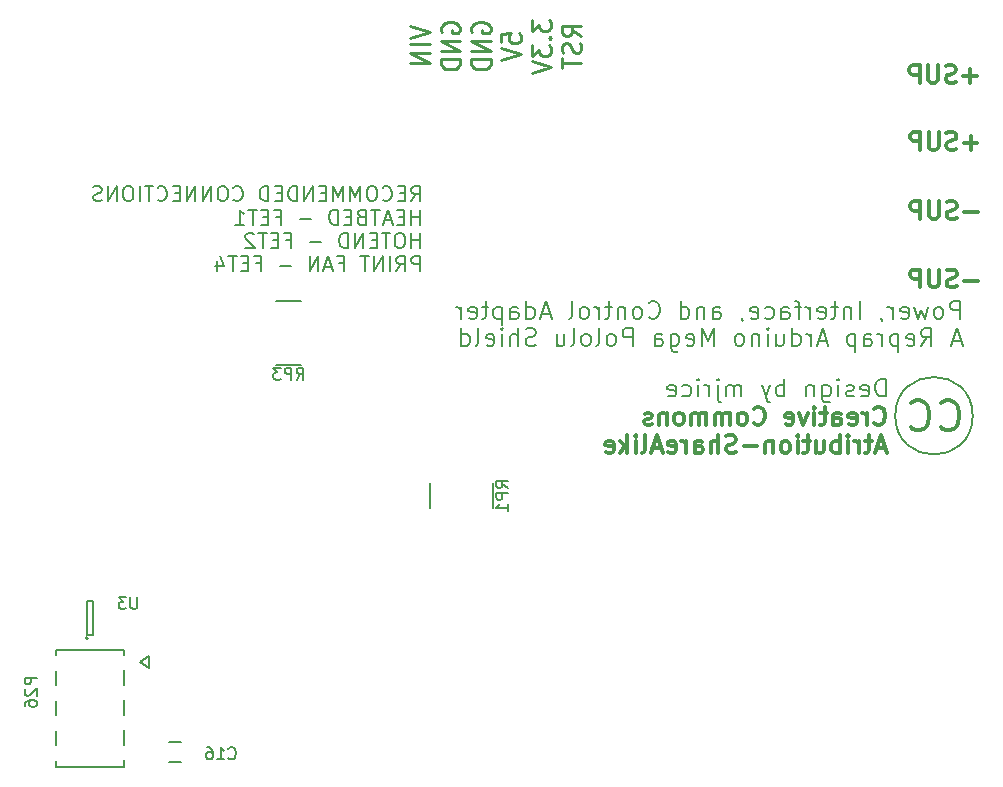
<source format=gbr>
G04 #@! TF.FileFunction,Legend,Bot*
%FSLAX46Y46*%
G04 Gerber Fmt 4.6, Leading zero omitted, Abs format (unit mm)*
G04 Created by KiCad (PCBNEW 4.0.2-stable) date 5/17/2016 9:00:00 PM*
%MOMM*%
G01*
G04 APERTURE LIST*
%ADD10C,0.100000*%
%ADD11C,0.203200*%
%ADD12C,0.200000*%
%ADD13C,0.300000*%
%ADD14C,0.254000*%
%ADD15C,0.150000*%
G04 APERTURE END LIST*
D10*
D11*
X170142505Y-93487724D02*
X170565838Y-92882962D01*
X170868219Y-93487724D02*
X170868219Y-92217724D01*
X170384410Y-92217724D01*
X170263457Y-92278200D01*
X170202981Y-92338676D01*
X170142505Y-92459629D01*
X170142505Y-92641057D01*
X170202981Y-92762010D01*
X170263457Y-92822486D01*
X170384410Y-92882962D01*
X170868219Y-92882962D01*
X169598219Y-92822486D02*
X169174886Y-92822486D01*
X168993457Y-93487724D02*
X169598219Y-93487724D01*
X169598219Y-92217724D01*
X168993457Y-92217724D01*
X167723457Y-93366771D02*
X167783933Y-93427248D01*
X167965362Y-93487724D01*
X168086314Y-93487724D01*
X168267742Y-93427248D01*
X168388695Y-93306295D01*
X168449171Y-93185343D01*
X168509647Y-92943438D01*
X168509647Y-92762010D01*
X168449171Y-92520105D01*
X168388695Y-92399152D01*
X168267742Y-92278200D01*
X168086314Y-92217724D01*
X167965362Y-92217724D01*
X167783933Y-92278200D01*
X167723457Y-92338676D01*
X166937266Y-92217724D02*
X166695362Y-92217724D01*
X166574409Y-92278200D01*
X166453457Y-92399152D01*
X166392981Y-92641057D01*
X166392981Y-93064390D01*
X166453457Y-93306295D01*
X166574409Y-93427248D01*
X166695362Y-93487724D01*
X166937266Y-93487724D01*
X167058219Y-93427248D01*
X167179171Y-93306295D01*
X167239647Y-93064390D01*
X167239647Y-92641057D01*
X167179171Y-92399152D01*
X167058219Y-92278200D01*
X166937266Y-92217724D01*
X165848695Y-93487724D02*
X165848695Y-92217724D01*
X165425362Y-93124867D01*
X165002028Y-92217724D01*
X165002028Y-93487724D01*
X164397266Y-93487724D02*
X164397266Y-92217724D01*
X163973933Y-93124867D01*
X163550599Y-92217724D01*
X163550599Y-93487724D01*
X162945837Y-92822486D02*
X162522504Y-92822486D01*
X162341075Y-93487724D02*
X162945837Y-93487724D01*
X162945837Y-92217724D01*
X162341075Y-92217724D01*
X161796789Y-93487724D02*
X161796789Y-92217724D01*
X161071075Y-93487724D01*
X161071075Y-92217724D01*
X160466313Y-93487724D02*
X160466313Y-92217724D01*
X160163932Y-92217724D01*
X159982504Y-92278200D01*
X159861551Y-92399152D01*
X159801075Y-92520105D01*
X159740599Y-92762010D01*
X159740599Y-92943438D01*
X159801075Y-93185343D01*
X159861551Y-93306295D01*
X159982504Y-93427248D01*
X160163932Y-93487724D01*
X160466313Y-93487724D01*
X159196313Y-92822486D02*
X158772980Y-92822486D01*
X158591551Y-93487724D02*
X159196313Y-93487724D01*
X159196313Y-92217724D01*
X158591551Y-92217724D01*
X158047265Y-93487724D02*
X158047265Y-92217724D01*
X157744884Y-92217724D01*
X157563456Y-92278200D01*
X157442503Y-92399152D01*
X157382027Y-92520105D01*
X157321551Y-92762010D01*
X157321551Y-92943438D01*
X157382027Y-93185343D01*
X157442503Y-93306295D01*
X157563456Y-93427248D01*
X157744884Y-93487724D01*
X158047265Y-93487724D01*
X155083932Y-93366771D02*
X155144408Y-93427248D01*
X155325837Y-93487724D01*
X155446789Y-93487724D01*
X155628217Y-93427248D01*
X155749170Y-93306295D01*
X155809646Y-93185343D01*
X155870122Y-92943438D01*
X155870122Y-92762010D01*
X155809646Y-92520105D01*
X155749170Y-92399152D01*
X155628217Y-92278200D01*
X155446789Y-92217724D01*
X155325837Y-92217724D01*
X155144408Y-92278200D01*
X155083932Y-92338676D01*
X154297741Y-92217724D02*
X154055837Y-92217724D01*
X153934884Y-92278200D01*
X153813932Y-92399152D01*
X153753456Y-92641057D01*
X153753456Y-93064390D01*
X153813932Y-93306295D01*
X153934884Y-93427248D01*
X154055837Y-93487724D01*
X154297741Y-93487724D01*
X154418694Y-93427248D01*
X154539646Y-93306295D01*
X154600122Y-93064390D01*
X154600122Y-92641057D01*
X154539646Y-92399152D01*
X154418694Y-92278200D01*
X154297741Y-92217724D01*
X153209170Y-93487724D02*
X153209170Y-92217724D01*
X152483456Y-93487724D01*
X152483456Y-92217724D01*
X151878694Y-93487724D02*
X151878694Y-92217724D01*
X151152980Y-93487724D01*
X151152980Y-92217724D01*
X150548218Y-92822486D02*
X150124885Y-92822486D01*
X149943456Y-93487724D02*
X150548218Y-93487724D01*
X150548218Y-92217724D01*
X149943456Y-92217724D01*
X148673456Y-93366771D02*
X148733932Y-93427248D01*
X148915361Y-93487724D01*
X149036313Y-93487724D01*
X149217741Y-93427248D01*
X149338694Y-93306295D01*
X149399170Y-93185343D01*
X149459646Y-92943438D01*
X149459646Y-92762010D01*
X149399170Y-92520105D01*
X149338694Y-92399152D01*
X149217741Y-92278200D01*
X149036313Y-92217724D01*
X148915361Y-92217724D01*
X148733932Y-92278200D01*
X148673456Y-92338676D01*
X148310599Y-92217724D02*
X147584884Y-92217724D01*
X147947741Y-93487724D02*
X147947741Y-92217724D01*
X147161551Y-93487724D02*
X147161551Y-92217724D01*
X146314884Y-92217724D02*
X146072980Y-92217724D01*
X145952027Y-92278200D01*
X145831075Y-92399152D01*
X145770599Y-92641057D01*
X145770599Y-93064390D01*
X145831075Y-93306295D01*
X145952027Y-93427248D01*
X146072980Y-93487724D01*
X146314884Y-93487724D01*
X146435837Y-93427248D01*
X146556789Y-93306295D01*
X146617265Y-93064390D01*
X146617265Y-92641057D01*
X146556789Y-92399152D01*
X146435837Y-92278200D01*
X146314884Y-92217724D01*
X145226313Y-93487724D02*
X145226313Y-92217724D01*
X144500599Y-93487724D01*
X144500599Y-92217724D01*
X143956313Y-93427248D02*
X143774885Y-93487724D01*
X143472504Y-93487724D01*
X143351551Y-93427248D01*
X143291075Y-93366771D01*
X143230599Y-93245819D01*
X143230599Y-93124867D01*
X143291075Y-93003914D01*
X143351551Y-92943438D01*
X143472504Y-92882962D01*
X143714408Y-92822486D01*
X143835361Y-92762010D01*
X143895837Y-92701533D01*
X143956313Y-92580581D01*
X143956313Y-92459629D01*
X143895837Y-92338676D01*
X143835361Y-92278200D01*
X143714408Y-92217724D01*
X143412028Y-92217724D01*
X143230599Y-92278200D01*
X170868219Y-95468924D02*
X170868219Y-94198924D01*
X170868219Y-94803686D02*
X170142505Y-94803686D01*
X170142505Y-95468924D02*
X170142505Y-94198924D01*
X169537743Y-94803686D02*
X169114410Y-94803686D01*
X168932981Y-95468924D02*
X169537743Y-95468924D01*
X169537743Y-94198924D01*
X168932981Y-94198924D01*
X168449171Y-95106067D02*
X167844409Y-95106067D01*
X168570124Y-95468924D02*
X168146790Y-94198924D01*
X167723457Y-95468924D01*
X167481553Y-94198924D02*
X166755838Y-94198924D01*
X167118695Y-95468924D02*
X167118695Y-94198924D01*
X165909172Y-94803686D02*
X165727743Y-94864162D01*
X165667267Y-94924638D01*
X165606791Y-95045590D01*
X165606791Y-95227019D01*
X165667267Y-95347971D01*
X165727743Y-95408448D01*
X165848696Y-95468924D01*
X166332505Y-95468924D01*
X166332505Y-94198924D01*
X165909172Y-94198924D01*
X165788219Y-94259400D01*
X165727743Y-94319876D01*
X165667267Y-94440829D01*
X165667267Y-94561781D01*
X165727743Y-94682733D01*
X165788219Y-94743210D01*
X165909172Y-94803686D01*
X166332505Y-94803686D01*
X165062505Y-94803686D02*
X164639172Y-94803686D01*
X164457743Y-95468924D02*
X165062505Y-95468924D01*
X165062505Y-94198924D01*
X164457743Y-94198924D01*
X163913457Y-95468924D02*
X163913457Y-94198924D01*
X163611076Y-94198924D01*
X163429648Y-94259400D01*
X163308695Y-94380352D01*
X163248219Y-94501305D01*
X163187743Y-94743210D01*
X163187743Y-94924638D01*
X163248219Y-95166543D01*
X163308695Y-95287495D01*
X163429648Y-95408448D01*
X163611076Y-95468924D01*
X163913457Y-95468924D01*
X161675838Y-94985114D02*
X160708219Y-94985114D01*
X158712505Y-94803686D02*
X159135838Y-94803686D01*
X159135838Y-95468924D02*
X159135838Y-94198924D01*
X158531076Y-94198924D01*
X158047267Y-94803686D02*
X157623934Y-94803686D01*
X157442505Y-95468924D02*
X158047267Y-95468924D01*
X158047267Y-94198924D01*
X157442505Y-94198924D01*
X157079648Y-94198924D02*
X156353933Y-94198924D01*
X156716790Y-95468924D02*
X156716790Y-94198924D01*
X155265362Y-95468924D02*
X155991076Y-95468924D01*
X155628219Y-95468924D02*
X155628219Y-94198924D01*
X155749171Y-94380352D01*
X155870124Y-94501305D01*
X155991076Y-94561781D01*
X170868219Y-97450124D02*
X170868219Y-96180124D01*
X170868219Y-96784886D02*
X170142505Y-96784886D01*
X170142505Y-97450124D02*
X170142505Y-96180124D01*
X169295838Y-96180124D02*
X169053934Y-96180124D01*
X168932981Y-96240600D01*
X168812029Y-96361552D01*
X168751553Y-96603457D01*
X168751553Y-97026790D01*
X168812029Y-97268695D01*
X168932981Y-97389648D01*
X169053934Y-97450124D01*
X169295838Y-97450124D01*
X169416791Y-97389648D01*
X169537743Y-97268695D01*
X169598219Y-97026790D01*
X169598219Y-96603457D01*
X169537743Y-96361552D01*
X169416791Y-96240600D01*
X169295838Y-96180124D01*
X168388696Y-96180124D02*
X167662981Y-96180124D01*
X168025838Y-97450124D02*
X168025838Y-96180124D01*
X167239648Y-96784886D02*
X166816315Y-96784886D01*
X166634886Y-97450124D02*
X167239648Y-97450124D01*
X167239648Y-96180124D01*
X166634886Y-96180124D01*
X166090600Y-97450124D02*
X166090600Y-96180124D01*
X165364886Y-97450124D01*
X165364886Y-96180124D01*
X164760124Y-97450124D02*
X164760124Y-96180124D01*
X164457743Y-96180124D01*
X164276315Y-96240600D01*
X164155362Y-96361552D01*
X164094886Y-96482505D01*
X164034410Y-96724410D01*
X164034410Y-96905838D01*
X164094886Y-97147743D01*
X164155362Y-97268695D01*
X164276315Y-97389648D01*
X164457743Y-97450124D01*
X164760124Y-97450124D01*
X162522505Y-96966314D02*
X161554886Y-96966314D01*
X159559172Y-96784886D02*
X159982505Y-96784886D01*
X159982505Y-97450124D02*
X159982505Y-96180124D01*
X159377743Y-96180124D01*
X158893934Y-96784886D02*
X158470601Y-96784886D01*
X158289172Y-97450124D02*
X158893934Y-97450124D01*
X158893934Y-96180124D01*
X158289172Y-96180124D01*
X157926315Y-96180124D02*
X157200600Y-96180124D01*
X157563457Y-97450124D02*
X157563457Y-96180124D01*
X156837743Y-96301076D02*
X156777267Y-96240600D01*
X156656315Y-96180124D01*
X156353934Y-96180124D01*
X156232981Y-96240600D01*
X156172505Y-96301076D01*
X156112029Y-96422029D01*
X156112029Y-96542981D01*
X156172505Y-96724410D01*
X156898219Y-97450124D01*
X156112029Y-97450124D01*
X170868219Y-99431324D02*
X170868219Y-98161324D01*
X170384410Y-98161324D01*
X170263457Y-98221800D01*
X170202981Y-98282276D01*
X170142505Y-98403229D01*
X170142505Y-98584657D01*
X170202981Y-98705610D01*
X170263457Y-98766086D01*
X170384410Y-98826562D01*
X170868219Y-98826562D01*
X168872505Y-99431324D02*
X169295838Y-98826562D01*
X169598219Y-99431324D02*
X169598219Y-98161324D01*
X169114410Y-98161324D01*
X168993457Y-98221800D01*
X168932981Y-98282276D01*
X168872505Y-98403229D01*
X168872505Y-98584657D01*
X168932981Y-98705610D01*
X168993457Y-98766086D01*
X169114410Y-98826562D01*
X169598219Y-98826562D01*
X168328219Y-99431324D02*
X168328219Y-98161324D01*
X167723457Y-99431324D02*
X167723457Y-98161324D01*
X166997743Y-99431324D01*
X166997743Y-98161324D01*
X166574410Y-98161324D02*
X165848695Y-98161324D01*
X166211552Y-99431324D02*
X166211552Y-98161324D01*
X164034410Y-98766086D02*
X164457743Y-98766086D01*
X164457743Y-99431324D02*
X164457743Y-98161324D01*
X163852981Y-98161324D01*
X163429648Y-99068467D02*
X162824886Y-99068467D01*
X163550601Y-99431324D02*
X163127267Y-98161324D01*
X162703934Y-99431324D01*
X162280601Y-99431324D02*
X162280601Y-98161324D01*
X161554887Y-99431324D01*
X161554887Y-98161324D01*
X159982506Y-98947514D02*
X159014887Y-98947514D01*
X157019173Y-98766086D02*
X157442506Y-98766086D01*
X157442506Y-99431324D02*
X157442506Y-98161324D01*
X156837744Y-98161324D01*
X156353935Y-98766086D02*
X155930602Y-98766086D01*
X155749173Y-99431324D02*
X156353935Y-99431324D01*
X156353935Y-98161324D01*
X155749173Y-98161324D01*
X155386316Y-98161324D02*
X154660601Y-98161324D01*
X155023458Y-99431324D02*
X155023458Y-98161324D01*
X153692982Y-98584657D02*
X153692982Y-99431324D01*
X153995363Y-98100848D02*
X154297744Y-99007990D01*
X153511554Y-99007990D01*
D12*
X217682820Y-111658400D02*
G75*
G03X217682820Y-111658400I-3281420J0D01*
G01*
D13*
X209351714Y-112264114D02*
X209423143Y-112335543D01*
X209637429Y-112406971D01*
X209780286Y-112406971D01*
X209994571Y-112335543D01*
X210137429Y-112192686D01*
X210208857Y-112049829D01*
X210280286Y-111764114D01*
X210280286Y-111549829D01*
X210208857Y-111264114D01*
X210137429Y-111121257D01*
X209994571Y-110978400D01*
X209780286Y-110906971D01*
X209637429Y-110906971D01*
X209423143Y-110978400D01*
X209351714Y-111049829D01*
X208708857Y-112406971D02*
X208708857Y-111406971D01*
X208708857Y-111692686D02*
X208637429Y-111549829D01*
X208566000Y-111478400D01*
X208423143Y-111406971D01*
X208280286Y-111406971D01*
X207208858Y-112335543D02*
X207351715Y-112406971D01*
X207637429Y-112406971D01*
X207780286Y-112335543D01*
X207851715Y-112192686D01*
X207851715Y-111621257D01*
X207780286Y-111478400D01*
X207637429Y-111406971D01*
X207351715Y-111406971D01*
X207208858Y-111478400D01*
X207137429Y-111621257D01*
X207137429Y-111764114D01*
X207851715Y-111906971D01*
X205851715Y-112406971D02*
X205851715Y-111621257D01*
X205923144Y-111478400D01*
X206066001Y-111406971D01*
X206351715Y-111406971D01*
X206494572Y-111478400D01*
X205851715Y-112335543D02*
X205994572Y-112406971D01*
X206351715Y-112406971D01*
X206494572Y-112335543D01*
X206566001Y-112192686D01*
X206566001Y-112049829D01*
X206494572Y-111906971D01*
X206351715Y-111835543D01*
X205994572Y-111835543D01*
X205851715Y-111764114D01*
X205351715Y-111406971D02*
X204780286Y-111406971D01*
X205137429Y-110906971D02*
X205137429Y-112192686D01*
X205066001Y-112335543D01*
X204923143Y-112406971D01*
X204780286Y-112406971D01*
X204280286Y-112406971D02*
X204280286Y-111406971D01*
X204280286Y-110906971D02*
X204351715Y-110978400D01*
X204280286Y-111049829D01*
X204208858Y-110978400D01*
X204280286Y-110906971D01*
X204280286Y-111049829D01*
X203708857Y-111406971D02*
X203351714Y-112406971D01*
X202994572Y-111406971D01*
X201851715Y-112335543D02*
X201994572Y-112406971D01*
X202280286Y-112406971D01*
X202423143Y-112335543D01*
X202494572Y-112192686D01*
X202494572Y-111621257D01*
X202423143Y-111478400D01*
X202280286Y-111406971D01*
X201994572Y-111406971D01*
X201851715Y-111478400D01*
X201780286Y-111621257D01*
X201780286Y-111764114D01*
X202494572Y-111906971D01*
X199137429Y-112264114D02*
X199208858Y-112335543D01*
X199423144Y-112406971D01*
X199566001Y-112406971D01*
X199780286Y-112335543D01*
X199923144Y-112192686D01*
X199994572Y-112049829D01*
X200066001Y-111764114D01*
X200066001Y-111549829D01*
X199994572Y-111264114D01*
X199923144Y-111121257D01*
X199780286Y-110978400D01*
X199566001Y-110906971D01*
X199423144Y-110906971D01*
X199208858Y-110978400D01*
X199137429Y-111049829D01*
X198280286Y-112406971D02*
X198423144Y-112335543D01*
X198494572Y-112264114D01*
X198566001Y-112121257D01*
X198566001Y-111692686D01*
X198494572Y-111549829D01*
X198423144Y-111478400D01*
X198280286Y-111406971D01*
X198066001Y-111406971D01*
X197923144Y-111478400D01*
X197851715Y-111549829D01*
X197780286Y-111692686D01*
X197780286Y-112121257D01*
X197851715Y-112264114D01*
X197923144Y-112335543D01*
X198066001Y-112406971D01*
X198280286Y-112406971D01*
X197137429Y-112406971D02*
X197137429Y-111406971D01*
X197137429Y-111549829D02*
X197066001Y-111478400D01*
X196923143Y-111406971D01*
X196708858Y-111406971D01*
X196566001Y-111478400D01*
X196494572Y-111621257D01*
X196494572Y-112406971D01*
X196494572Y-111621257D02*
X196423143Y-111478400D01*
X196280286Y-111406971D01*
X196066001Y-111406971D01*
X195923143Y-111478400D01*
X195851715Y-111621257D01*
X195851715Y-112406971D01*
X195137429Y-112406971D02*
X195137429Y-111406971D01*
X195137429Y-111549829D02*
X195066001Y-111478400D01*
X194923143Y-111406971D01*
X194708858Y-111406971D01*
X194566001Y-111478400D01*
X194494572Y-111621257D01*
X194494572Y-112406971D01*
X194494572Y-111621257D02*
X194423143Y-111478400D01*
X194280286Y-111406971D01*
X194066001Y-111406971D01*
X193923143Y-111478400D01*
X193851715Y-111621257D01*
X193851715Y-112406971D01*
X192923143Y-112406971D02*
X193066001Y-112335543D01*
X193137429Y-112264114D01*
X193208858Y-112121257D01*
X193208858Y-111692686D01*
X193137429Y-111549829D01*
X193066001Y-111478400D01*
X192923143Y-111406971D01*
X192708858Y-111406971D01*
X192566001Y-111478400D01*
X192494572Y-111549829D01*
X192423143Y-111692686D01*
X192423143Y-112121257D01*
X192494572Y-112264114D01*
X192566001Y-112335543D01*
X192708858Y-112406971D01*
X192923143Y-112406971D01*
X191780286Y-111406971D02*
X191780286Y-112406971D01*
X191780286Y-111549829D02*
X191708858Y-111478400D01*
X191566000Y-111406971D01*
X191351715Y-111406971D01*
X191208858Y-111478400D01*
X191137429Y-111621257D01*
X191137429Y-112406971D01*
X190494572Y-112335543D02*
X190351715Y-112406971D01*
X190066000Y-112406971D01*
X189923143Y-112335543D01*
X189851715Y-112192686D01*
X189851715Y-112121257D01*
X189923143Y-111978400D01*
X190066000Y-111906971D01*
X190280286Y-111906971D01*
X190423143Y-111835543D01*
X190494572Y-111692686D01*
X190494572Y-111621257D01*
X190423143Y-111478400D01*
X190280286Y-111406971D01*
X190066000Y-111406971D01*
X189923143Y-111478400D01*
X210280286Y-114378400D02*
X209566000Y-114378400D01*
X210423143Y-114806971D02*
X209923143Y-113306971D01*
X209423143Y-114806971D01*
X209137429Y-113806971D02*
X208566000Y-113806971D01*
X208923143Y-113306971D02*
X208923143Y-114592686D01*
X208851715Y-114735543D01*
X208708857Y-114806971D01*
X208566000Y-114806971D01*
X208066000Y-114806971D02*
X208066000Y-113806971D01*
X208066000Y-114092686D02*
X207994572Y-113949829D01*
X207923143Y-113878400D01*
X207780286Y-113806971D01*
X207637429Y-113806971D01*
X207137429Y-114806971D02*
X207137429Y-113806971D01*
X207137429Y-113306971D02*
X207208858Y-113378400D01*
X207137429Y-113449829D01*
X207066001Y-113378400D01*
X207137429Y-113306971D01*
X207137429Y-113449829D01*
X206423143Y-114806971D02*
X206423143Y-113306971D01*
X206423143Y-113878400D02*
X206280286Y-113806971D01*
X205994572Y-113806971D01*
X205851715Y-113878400D01*
X205780286Y-113949829D01*
X205708857Y-114092686D01*
X205708857Y-114521257D01*
X205780286Y-114664114D01*
X205851715Y-114735543D01*
X205994572Y-114806971D01*
X206280286Y-114806971D01*
X206423143Y-114735543D01*
X204423143Y-113806971D02*
X204423143Y-114806971D01*
X205066000Y-113806971D02*
X205066000Y-114592686D01*
X204994572Y-114735543D01*
X204851714Y-114806971D01*
X204637429Y-114806971D01*
X204494572Y-114735543D01*
X204423143Y-114664114D01*
X203923143Y-113806971D02*
X203351714Y-113806971D01*
X203708857Y-113306971D02*
X203708857Y-114592686D01*
X203637429Y-114735543D01*
X203494571Y-114806971D01*
X203351714Y-114806971D01*
X202851714Y-114806971D02*
X202851714Y-113806971D01*
X202851714Y-113306971D02*
X202923143Y-113378400D01*
X202851714Y-113449829D01*
X202780286Y-113378400D01*
X202851714Y-113306971D01*
X202851714Y-113449829D01*
X201923142Y-114806971D02*
X202066000Y-114735543D01*
X202137428Y-114664114D01*
X202208857Y-114521257D01*
X202208857Y-114092686D01*
X202137428Y-113949829D01*
X202066000Y-113878400D01*
X201923142Y-113806971D01*
X201708857Y-113806971D01*
X201566000Y-113878400D01*
X201494571Y-113949829D01*
X201423142Y-114092686D01*
X201423142Y-114521257D01*
X201494571Y-114664114D01*
X201566000Y-114735543D01*
X201708857Y-114806971D01*
X201923142Y-114806971D01*
X200780285Y-113806971D02*
X200780285Y-114806971D01*
X200780285Y-113949829D02*
X200708857Y-113878400D01*
X200565999Y-113806971D01*
X200351714Y-113806971D01*
X200208857Y-113878400D01*
X200137428Y-114021257D01*
X200137428Y-114806971D01*
X199423142Y-114235543D02*
X198280285Y-114235543D01*
X197637428Y-114735543D02*
X197423142Y-114806971D01*
X197065999Y-114806971D01*
X196923142Y-114735543D01*
X196851713Y-114664114D01*
X196780285Y-114521257D01*
X196780285Y-114378400D01*
X196851713Y-114235543D01*
X196923142Y-114164114D01*
X197065999Y-114092686D01*
X197351713Y-114021257D01*
X197494571Y-113949829D01*
X197565999Y-113878400D01*
X197637428Y-113735543D01*
X197637428Y-113592686D01*
X197565999Y-113449829D01*
X197494571Y-113378400D01*
X197351713Y-113306971D01*
X196994571Y-113306971D01*
X196780285Y-113378400D01*
X196137428Y-114806971D02*
X196137428Y-113306971D01*
X195494571Y-114806971D02*
X195494571Y-114021257D01*
X195566000Y-113878400D01*
X195708857Y-113806971D01*
X195923142Y-113806971D01*
X196066000Y-113878400D01*
X196137428Y-113949829D01*
X194137428Y-114806971D02*
X194137428Y-114021257D01*
X194208857Y-113878400D01*
X194351714Y-113806971D01*
X194637428Y-113806971D01*
X194780285Y-113878400D01*
X194137428Y-114735543D02*
X194280285Y-114806971D01*
X194637428Y-114806971D01*
X194780285Y-114735543D01*
X194851714Y-114592686D01*
X194851714Y-114449829D01*
X194780285Y-114306971D01*
X194637428Y-114235543D01*
X194280285Y-114235543D01*
X194137428Y-114164114D01*
X193423142Y-114806971D02*
X193423142Y-113806971D01*
X193423142Y-114092686D02*
X193351714Y-113949829D01*
X193280285Y-113878400D01*
X193137428Y-113806971D01*
X192994571Y-113806971D01*
X191923143Y-114735543D02*
X192066000Y-114806971D01*
X192351714Y-114806971D01*
X192494571Y-114735543D01*
X192566000Y-114592686D01*
X192566000Y-114021257D01*
X192494571Y-113878400D01*
X192351714Y-113806971D01*
X192066000Y-113806971D01*
X191923143Y-113878400D01*
X191851714Y-114021257D01*
X191851714Y-114164114D01*
X192566000Y-114306971D01*
X191280286Y-114378400D02*
X190566000Y-114378400D01*
X191423143Y-114806971D02*
X190923143Y-113306971D01*
X190423143Y-114806971D01*
X189708857Y-114806971D02*
X189851715Y-114735543D01*
X189923143Y-114592686D01*
X189923143Y-113306971D01*
X189137429Y-114806971D02*
X189137429Y-113806971D01*
X189137429Y-113306971D02*
X189208858Y-113378400D01*
X189137429Y-113449829D01*
X189066001Y-113378400D01*
X189137429Y-113306971D01*
X189137429Y-113449829D01*
X188423143Y-114806971D02*
X188423143Y-113306971D01*
X188280286Y-114235543D02*
X187851715Y-114806971D01*
X187851715Y-113806971D02*
X188423143Y-114378400D01*
X186637429Y-114735543D02*
X186780286Y-114806971D01*
X187066000Y-114806971D01*
X187208857Y-114735543D01*
X187280286Y-114592686D01*
X187280286Y-114021257D01*
X187208857Y-113878400D01*
X187066000Y-113806971D01*
X186780286Y-113806971D01*
X186637429Y-113878400D01*
X186566000Y-114021257D01*
X186566000Y-114164114D01*
X187280286Y-114306971D01*
X214986810Y-112641743D02*
X215107762Y-112762695D01*
X215470619Y-112883648D01*
X215712524Y-112883648D01*
X216075381Y-112762695D01*
X216317286Y-112520790D01*
X216438238Y-112278886D01*
X216559190Y-111795076D01*
X216559190Y-111432219D01*
X216438238Y-110948410D01*
X216317286Y-110706505D01*
X216075381Y-110464600D01*
X215712524Y-110343648D01*
X215470619Y-110343648D01*
X215107762Y-110464600D01*
X214986810Y-110585552D01*
X212446810Y-112641743D02*
X212567762Y-112762695D01*
X212930619Y-112883648D01*
X213172524Y-112883648D01*
X213535381Y-112762695D01*
X213777286Y-112520790D01*
X213898238Y-112278886D01*
X214019190Y-111795076D01*
X214019190Y-111432219D01*
X213898238Y-110948410D01*
X213777286Y-110706505D01*
X213535381Y-110464600D01*
X213172524Y-110343648D01*
X212930619Y-110343648D01*
X212567762Y-110464600D01*
X212446810Y-110585552D01*
D11*
X210306085Y-110025571D02*
X210306085Y-108525571D01*
X209948942Y-108525571D01*
X209734657Y-108597000D01*
X209591799Y-108739857D01*
X209520371Y-108882714D01*
X209448942Y-109168429D01*
X209448942Y-109382714D01*
X209520371Y-109668429D01*
X209591799Y-109811286D01*
X209734657Y-109954143D01*
X209948942Y-110025571D01*
X210306085Y-110025571D01*
X208234657Y-109954143D02*
X208377514Y-110025571D01*
X208663228Y-110025571D01*
X208806085Y-109954143D01*
X208877514Y-109811286D01*
X208877514Y-109239857D01*
X208806085Y-109097000D01*
X208663228Y-109025571D01*
X208377514Y-109025571D01*
X208234657Y-109097000D01*
X208163228Y-109239857D01*
X208163228Y-109382714D01*
X208877514Y-109525571D01*
X207591800Y-109954143D02*
X207448943Y-110025571D01*
X207163228Y-110025571D01*
X207020371Y-109954143D01*
X206948943Y-109811286D01*
X206948943Y-109739857D01*
X207020371Y-109597000D01*
X207163228Y-109525571D01*
X207377514Y-109525571D01*
X207520371Y-109454143D01*
X207591800Y-109311286D01*
X207591800Y-109239857D01*
X207520371Y-109097000D01*
X207377514Y-109025571D01*
X207163228Y-109025571D01*
X207020371Y-109097000D01*
X206306085Y-110025571D02*
X206306085Y-109025571D01*
X206306085Y-108525571D02*
X206377514Y-108597000D01*
X206306085Y-108668429D01*
X206234657Y-108597000D01*
X206306085Y-108525571D01*
X206306085Y-108668429D01*
X204948942Y-109025571D02*
X204948942Y-110239857D01*
X205020371Y-110382714D01*
X205091799Y-110454143D01*
X205234656Y-110525571D01*
X205448942Y-110525571D01*
X205591799Y-110454143D01*
X204948942Y-109954143D02*
X205091799Y-110025571D01*
X205377513Y-110025571D01*
X205520371Y-109954143D01*
X205591799Y-109882714D01*
X205663228Y-109739857D01*
X205663228Y-109311286D01*
X205591799Y-109168429D01*
X205520371Y-109097000D01*
X205377513Y-109025571D01*
X205091799Y-109025571D01*
X204948942Y-109097000D01*
X204234656Y-109025571D02*
X204234656Y-110025571D01*
X204234656Y-109168429D02*
X204163228Y-109097000D01*
X204020370Y-109025571D01*
X203806085Y-109025571D01*
X203663228Y-109097000D01*
X203591799Y-109239857D01*
X203591799Y-110025571D01*
X201734656Y-110025571D02*
X201734656Y-108525571D01*
X201734656Y-109097000D02*
X201591799Y-109025571D01*
X201306085Y-109025571D01*
X201163228Y-109097000D01*
X201091799Y-109168429D01*
X201020370Y-109311286D01*
X201020370Y-109739857D01*
X201091799Y-109882714D01*
X201163228Y-109954143D01*
X201306085Y-110025571D01*
X201591799Y-110025571D01*
X201734656Y-109954143D01*
X200520370Y-109025571D02*
X200163227Y-110025571D01*
X199806085Y-109025571D02*
X200163227Y-110025571D01*
X200306085Y-110382714D01*
X200377513Y-110454143D01*
X200520370Y-110525571D01*
X198091799Y-110025571D02*
X198091799Y-109025571D01*
X198091799Y-109168429D02*
X198020371Y-109097000D01*
X197877513Y-109025571D01*
X197663228Y-109025571D01*
X197520371Y-109097000D01*
X197448942Y-109239857D01*
X197448942Y-110025571D01*
X197448942Y-109239857D02*
X197377513Y-109097000D01*
X197234656Y-109025571D01*
X197020371Y-109025571D01*
X196877513Y-109097000D01*
X196806085Y-109239857D01*
X196806085Y-110025571D01*
X196091799Y-109025571D02*
X196091799Y-110311286D01*
X196163228Y-110454143D01*
X196306085Y-110525571D01*
X196377513Y-110525571D01*
X196091799Y-108525571D02*
X196163228Y-108597000D01*
X196091799Y-108668429D01*
X196020371Y-108597000D01*
X196091799Y-108525571D01*
X196091799Y-108668429D01*
X195377513Y-110025571D02*
X195377513Y-109025571D01*
X195377513Y-109311286D02*
X195306085Y-109168429D01*
X195234656Y-109097000D01*
X195091799Y-109025571D01*
X194948942Y-109025571D01*
X194448942Y-110025571D02*
X194448942Y-109025571D01*
X194448942Y-108525571D02*
X194520371Y-108597000D01*
X194448942Y-108668429D01*
X194377514Y-108597000D01*
X194448942Y-108525571D01*
X194448942Y-108668429D01*
X193091799Y-109954143D02*
X193234656Y-110025571D01*
X193520370Y-110025571D01*
X193663228Y-109954143D01*
X193734656Y-109882714D01*
X193806085Y-109739857D01*
X193806085Y-109311286D01*
X193734656Y-109168429D01*
X193663228Y-109097000D01*
X193520370Y-109025571D01*
X193234656Y-109025571D01*
X193091799Y-109097000D01*
X191877514Y-109954143D02*
X192020371Y-110025571D01*
X192306085Y-110025571D01*
X192448942Y-109954143D01*
X192520371Y-109811286D01*
X192520371Y-109239857D01*
X192448942Y-109097000D01*
X192306085Y-109025571D01*
X192020371Y-109025571D01*
X191877514Y-109097000D01*
X191806085Y-109239857D01*
X191806085Y-109382714D01*
X192520371Y-109525571D01*
X216609657Y-103438371D02*
X216609657Y-101938371D01*
X216038229Y-101938371D01*
X215895371Y-102009800D01*
X215823943Y-102081229D01*
X215752514Y-102224086D01*
X215752514Y-102438371D01*
X215823943Y-102581229D01*
X215895371Y-102652657D01*
X216038229Y-102724086D01*
X216609657Y-102724086D01*
X214895371Y-103438371D02*
X215038229Y-103366943D01*
X215109657Y-103295514D01*
X215181086Y-103152657D01*
X215181086Y-102724086D01*
X215109657Y-102581229D01*
X215038229Y-102509800D01*
X214895371Y-102438371D01*
X214681086Y-102438371D01*
X214538229Y-102509800D01*
X214466800Y-102581229D01*
X214395371Y-102724086D01*
X214395371Y-103152657D01*
X214466800Y-103295514D01*
X214538229Y-103366943D01*
X214681086Y-103438371D01*
X214895371Y-103438371D01*
X213895371Y-102438371D02*
X213609657Y-103438371D01*
X213323943Y-102724086D01*
X213038228Y-103438371D01*
X212752514Y-102438371D01*
X211609657Y-103366943D02*
X211752514Y-103438371D01*
X212038228Y-103438371D01*
X212181085Y-103366943D01*
X212252514Y-103224086D01*
X212252514Y-102652657D01*
X212181085Y-102509800D01*
X212038228Y-102438371D01*
X211752514Y-102438371D01*
X211609657Y-102509800D01*
X211538228Y-102652657D01*
X211538228Y-102795514D01*
X212252514Y-102938371D01*
X210895371Y-103438371D02*
X210895371Y-102438371D01*
X210895371Y-102724086D02*
X210823943Y-102581229D01*
X210752514Y-102509800D01*
X210609657Y-102438371D01*
X210466800Y-102438371D01*
X209895372Y-103366943D02*
X209895372Y-103438371D01*
X209966800Y-103581229D01*
X210038229Y-103652657D01*
X208109657Y-103438371D02*
X208109657Y-101938371D01*
X207395371Y-102438371D02*
X207395371Y-103438371D01*
X207395371Y-102581229D02*
X207323943Y-102509800D01*
X207181085Y-102438371D01*
X206966800Y-102438371D01*
X206823943Y-102509800D01*
X206752514Y-102652657D01*
X206752514Y-103438371D01*
X206252514Y-102438371D02*
X205681085Y-102438371D01*
X206038228Y-101938371D02*
X206038228Y-103224086D01*
X205966800Y-103366943D01*
X205823942Y-103438371D01*
X205681085Y-103438371D01*
X204609657Y-103366943D02*
X204752514Y-103438371D01*
X205038228Y-103438371D01*
X205181085Y-103366943D01*
X205252514Y-103224086D01*
X205252514Y-102652657D01*
X205181085Y-102509800D01*
X205038228Y-102438371D01*
X204752514Y-102438371D01*
X204609657Y-102509800D01*
X204538228Y-102652657D01*
X204538228Y-102795514D01*
X205252514Y-102938371D01*
X203895371Y-103438371D02*
X203895371Y-102438371D01*
X203895371Y-102724086D02*
X203823943Y-102581229D01*
X203752514Y-102509800D01*
X203609657Y-102438371D01*
X203466800Y-102438371D01*
X203181086Y-102438371D02*
X202609657Y-102438371D01*
X202966800Y-103438371D02*
X202966800Y-102152657D01*
X202895372Y-102009800D01*
X202752514Y-101938371D01*
X202609657Y-101938371D01*
X201466800Y-103438371D02*
X201466800Y-102652657D01*
X201538229Y-102509800D01*
X201681086Y-102438371D01*
X201966800Y-102438371D01*
X202109657Y-102509800D01*
X201466800Y-103366943D02*
X201609657Y-103438371D01*
X201966800Y-103438371D01*
X202109657Y-103366943D01*
X202181086Y-103224086D01*
X202181086Y-103081229D01*
X202109657Y-102938371D01*
X201966800Y-102866943D01*
X201609657Y-102866943D01*
X201466800Y-102795514D01*
X200109657Y-103366943D02*
X200252514Y-103438371D01*
X200538228Y-103438371D01*
X200681086Y-103366943D01*
X200752514Y-103295514D01*
X200823943Y-103152657D01*
X200823943Y-102724086D01*
X200752514Y-102581229D01*
X200681086Y-102509800D01*
X200538228Y-102438371D01*
X200252514Y-102438371D01*
X200109657Y-102509800D01*
X198895372Y-103366943D02*
X199038229Y-103438371D01*
X199323943Y-103438371D01*
X199466800Y-103366943D01*
X199538229Y-103224086D01*
X199538229Y-102652657D01*
X199466800Y-102509800D01*
X199323943Y-102438371D01*
X199038229Y-102438371D01*
X198895372Y-102509800D01*
X198823943Y-102652657D01*
X198823943Y-102795514D01*
X199538229Y-102938371D01*
X198109658Y-103366943D02*
X198109658Y-103438371D01*
X198181086Y-103581229D01*
X198252515Y-103652657D01*
X195681086Y-103438371D02*
X195681086Y-102652657D01*
X195752515Y-102509800D01*
X195895372Y-102438371D01*
X196181086Y-102438371D01*
X196323943Y-102509800D01*
X195681086Y-103366943D02*
X195823943Y-103438371D01*
X196181086Y-103438371D01*
X196323943Y-103366943D01*
X196395372Y-103224086D01*
X196395372Y-103081229D01*
X196323943Y-102938371D01*
X196181086Y-102866943D01*
X195823943Y-102866943D01*
X195681086Y-102795514D01*
X194966800Y-102438371D02*
X194966800Y-103438371D01*
X194966800Y-102581229D02*
X194895372Y-102509800D01*
X194752514Y-102438371D01*
X194538229Y-102438371D01*
X194395372Y-102509800D01*
X194323943Y-102652657D01*
X194323943Y-103438371D01*
X192966800Y-103438371D02*
X192966800Y-101938371D01*
X192966800Y-103366943D02*
X193109657Y-103438371D01*
X193395371Y-103438371D01*
X193538229Y-103366943D01*
X193609657Y-103295514D01*
X193681086Y-103152657D01*
X193681086Y-102724086D01*
X193609657Y-102581229D01*
X193538229Y-102509800D01*
X193395371Y-102438371D01*
X193109657Y-102438371D01*
X192966800Y-102509800D01*
X190252514Y-103295514D02*
X190323943Y-103366943D01*
X190538229Y-103438371D01*
X190681086Y-103438371D01*
X190895371Y-103366943D01*
X191038229Y-103224086D01*
X191109657Y-103081229D01*
X191181086Y-102795514D01*
X191181086Y-102581229D01*
X191109657Y-102295514D01*
X191038229Y-102152657D01*
X190895371Y-102009800D01*
X190681086Y-101938371D01*
X190538229Y-101938371D01*
X190323943Y-102009800D01*
X190252514Y-102081229D01*
X189395371Y-103438371D02*
X189538229Y-103366943D01*
X189609657Y-103295514D01*
X189681086Y-103152657D01*
X189681086Y-102724086D01*
X189609657Y-102581229D01*
X189538229Y-102509800D01*
X189395371Y-102438371D01*
X189181086Y-102438371D01*
X189038229Y-102509800D01*
X188966800Y-102581229D01*
X188895371Y-102724086D01*
X188895371Y-103152657D01*
X188966800Y-103295514D01*
X189038229Y-103366943D01*
X189181086Y-103438371D01*
X189395371Y-103438371D01*
X188252514Y-102438371D02*
X188252514Y-103438371D01*
X188252514Y-102581229D02*
X188181086Y-102509800D01*
X188038228Y-102438371D01*
X187823943Y-102438371D01*
X187681086Y-102509800D01*
X187609657Y-102652657D01*
X187609657Y-103438371D01*
X187109657Y-102438371D02*
X186538228Y-102438371D01*
X186895371Y-101938371D02*
X186895371Y-103224086D01*
X186823943Y-103366943D01*
X186681085Y-103438371D01*
X186538228Y-103438371D01*
X186038228Y-103438371D02*
X186038228Y-102438371D01*
X186038228Y-102724086D02*
X185966800Y-102581229D01*
X185895371Y-102509800D01*
X185752514Y-102438371D01*
X185609657Y-102438371D01*
X184895371Y-103438371D02*
X185038229Y-103366943D01*
X185109657Y-103295514D01*
X185181086Y-103152657D01*
X185181086Y-102724086D01*
X185109657Y-102581229D01*
X185038229Y-102509800D01*
X184895371Y-102438371D01*
X184681086Y-102438371D01*
X184538229Y-102509800D01*
X184466800Y-102581229D01*
X184395371Y-102724086D01*
X184395371Y-103152657D01*
X184466800Y-103295514D01*
X184538229Y-103366943D01*
X184681086Y-103438371D01*
X184895371Y-103438371D01*
X183538228Y-103438371D02*
X183681086Y-103366943D01*
X183752514Y-103224086D01*
X183752514Y-101938371D01*
X181895372Y-103009800D02*
X181181086Y-103009800D01*
X182038229Y-103438371D02*
X181538229Y-101938371D01*
X181038229Y-103438371D01*
X179895372Y-103438371D02*
X179895372Y-101938371D01*
X179895372Y-103366943D02*
X180038229Y-103438371D01*
X180323943Y-103438371D01*
X180466801Y-103366943D01*
X180538229Y-103295514D01*
X180609658Y-103152657D01*
X180609658Y-102724086D01*
X180538229Y-102581229D01*
X180466801Y-102509800D01*
X180323943Y-102438371D01*
X180038229Y-102438371D01*
X179895372Y-102509800D01*
X178538229Y-103438371D02*
X178538229Y-102652657D01*
X178609658Y-102509800D01*
X178752515Y-102438371D01*
X179038229Y-102438371D01*
X179181086Y-102509800D01*
X178538229Y-103366943D02*
X178681086Y-103438371D01*
X179038229Y-103438371D01*
X179181086Y-103366943D01*
X179252515Y-103224086D01*
X179252515Y-103081229D01*
X179181086Y-102938371D01*
X179038229Y-102866943D01*
X178681086Y-102866943D01*
X178538229Y-102795514D01*
X177823943Y-102438371D02*
X177823943Y-103938371D01*
X177823943Y-102509800D02*
X177681086Y-102438371D01*
X177395372Y-102438371D01*
X177252515Y-102509800D01*
X177181086Y-102581229D01*
X177109657Y-102724086D01*
X177109657Y-103152657D01*
X177181086Y-103295514D01*
X177252515Y-103366943D01*
X177395372Y-103438371D01*
X177681086Y-103438371D01*
X177823943Y-103366943D01*
X176681086Y-102438371D02*
X176109657Y-102438371D01*
X176466800Y-101938371D02*
X176466800Y-103224086D01*
X176395372Y-103366943D01*
X176252514Y-103438371D01*
X176109657Y-103438371D01*
X175038229Y-103366943D02*
X175181086Y-103438371D01*
X175466800Y-103438371D01*
X175609657Y-103366943D01*
X175681086Y-103224086D01*
X175681086Y-102652657D01*
X175609657Y-102509800D01*
X175466800Y-102438371D01*
X175181086Y-102438371D01*
X175038229Y-102509800D01*
X174966800Y-102652657D01*
X174966800Y-102795514D01*
X175681086Y-102938371D01*
X174323943Y-103438371D02*
X174323943Y-102438371D01*
X174323943Y-102724086D02*
X174252515Y-102581229D01*
X174181086Y-102509800D01*
X174038229Y-102438371D01*
X173895372Y-102438371D01*
X216681086Y-105313000D02*
X215966800Y-105313000D01*
X216823943Y-105741571D02*
X216323943Y-104241571D01*
X215823943Y-105741571D01*
X213323943Y-105741571D02*
X213823943Y-105027286D01*
X214181086Y-105741571D02*
X214181086Y-104241571D01*
X213609658Y-104241571D01*
X213466800Y-104313000D01*
X213395372Y-104384429D01*
X213323943Y-104527286D01*
X213323943Y-104741571D01*
X213395372Y-104884429D01*
X213466800Y-104955857D01*
X213609658Y-105027286D01*
X214181086Y-105027286D01*
X212109658Y-105670143D02*
X212252515Y-105741571D01*
X212538229Y-105741571D01*
X212681086Y-105670143D01*
X212752515Y-105527286D01*
X212752515Y-104955857D01*
X212681086Y-104813000D01*
X212538229Y-104741571D01*
X212252515Y-104741571D01*
X212109658Y-104813000D01*
X212038229Y-104955857D01*
X212038229Y-105098714D01*
X212752515Y-105241571D01*
X211395372Y-104741571D02*
X211395372Y-106241571D01*
X211395372Y-104813000D02*
X211252515Y-104741571D01*
X210966801Y-104741571D01*
X210823944Y-104813000D01*
X210752515Y-104884429D01*
X210681086Y-105027286D01*
X210681086Y-105455857D01*
X210752515Y-105598714D01*
X210823944Y-105670143D01*
X210966801Y-105741571D01*
X211252515Y-105741571D01*
X211395372Y-105670143D01*
X210038229Y-105741571D02*
X210038229Y-104741571D01*
X210038229Y-105027286D02*
X209966801Y-104884429D01*
X209895372Y-104813000D01*
X209752515Y-104741571D01*
X209609658Y-104741571D01*
X208466801Y-105741571D02*
X208466801Y-104955857D01*
X208538230Y-104813000D01*
X208681087Y-104741571D01*
X208966801Y-104741571D01*
X209109658Y-104813000D01*
X208466801Y-105670143D02*
X208609658Y-105741571D01*
X208966801Y-105741571D01*
X209109658Y-105670143D01*
X209181087Y-105527286D01*
X209181087Y-105384429D01*
X209109658Y-105241571D01*
X208966801Y-105170143D01*
X208609658Y-105170143D01*
X208466801Y-105098714D01*
X207752515Y-104741571D02*
X207752515Y-106241571D01*
X207752515Y-104813000D02*
X207609658Y-104741571D01*
X207323944Y-104741571D01*
X207181087Y-104813000D01*
X207109658Y-104884429D01*
X207038229Y-105027286D01*
X207038229Y-105455857D01*
X207109658Y-105598714D01*
X207181087Y-105670143D01*
X207323944Y-105741571D01*
X207609658Y-105741571D01*
X207752515Y-105670143D01*
X205323944Y-105313000D02*
X204609658Y-105313000D01*
X205466801Y-105741571D02*
X204966801Y-104241571D01*
X204466801Y-105741571D01*
X203966801Y-105741571D02*
X203966801Y-104741571D01*
X203966801Y-105027286D02*
X203895373Y-104884429D01*
X203823944Y-104813000D01*
X203681087Y-104741571D01*
X203538230Y-104741571D01*
X202395373Y-105741571D02*
X202395373Y-104241571D01*
X202395373Y-105670143D02*
X202538230Y-105741571D01*
X202823944Y-105741571D01*
X202966802Y-105670143D01*
X203038230Y-105598714D01*
X203109659Y-105455857D01*
X203109659Y-105027286D01*
X203038230Y-104884429D01*
X202966802Y-104813000D01*
X202823944Y-104741571D01*
X202538230Y-104741571D01*
X202395373Y-104813000D01*
X201038230Y-104741571D02*
X201038230Y-105741571D01*
X201681087Y-104741571D02*
X201681087Y-105527286D01*
X201609659Y-105670143D01*
X201466801Y-105741571D01*
X201252516Y-105741571D01*
X201109659Y-105670143D01*
X201038230Y-105598714D01*
X200323944Y-105741571D02*
X200323944Y-104741571D01*
X200323944Y-104241571D02*
X200395373Y-104313000D01*
X200323944Y-104384429D01*
X200252516Y-104313000D01*
X200323944Y-104241571D01*
X200323944Y-104384429D01*
X199609658Y-104741571D02*
X199609658Y-105741571D01*
X199609658Y-104884429D02*
X199538230Y-104813000D01*
X199395372Y-104741571D01*
X199181087Y-104741571D01*
X199038230Y-104813000D01*
X198966801Y-104955857D01*
X198966801Y-105741571D01*
X198038229Y-105741571D02*
X198181087Y-105670143D01*
X198252515Y-105598714D01*
X198323944Y-105455857D01*
X198323944Y-105027286D01*
X198252515Y-104884429D01*
X198181087Y-104813000D01*
X198038229Y-104741571D01*
X197823944Y-104741571D01*
X197681087Y-104813000D01*
X197609658Y-104884429D01*
X197538229Y-105027286D01*
X197538229Y-105455857D01*
X197609658Y-105598714D01*
X197681087Y-105670143D01*
X197823944Y-105741571D01*
X198038229Y-105741571D01*
X195752515Y-105741571D02*
X195752515Y-104241571D01*
X195252515Y-105313000D01*
X194752515Y-104241571D01*
X194752515Y-105741571D01*
X193466801Y-105670143D02*
X193609658Y-105741571D01*
X193895372Y-105741571D01*
X194038229Y-105670143D01*
X194109658Y-105527286D01*
X194109658Y-104955857D01*
X194038229Y-104813000D01*
X193895372Y-104741571D01*
X193609658Y-104741571D01*
X193466801Y-104813000D01*
X193395372Y-104955857D01*
X193395372Y-105098714D01*
X194109658Y-105241571D01*
X192109658Y-104741571D02*
X192109658Y-105955857D01*
X192181087Y-106098714D01*
X192252515Y-106170143D01*
X192395372Y-106241571D01*
X192609658Y-106241571D01*
X192752515Y-106170143D01*
X192109658Y-105670143D02*
X192252515Y-105741571D01*
X192538229Y-105741571D01*
X192681087Y-105670143D01*
X192752515Y-105598714D01*
X192823944Y-105455857D01*
X192823944Y-105027286D01*
X192752515Y-104884429D01*
X192681087Y-104813000D01*
X192538229Y-104741571D01*
X192252515Y-104741571D01*
X192109658Y-104813000D01*
X190752515Y-105741571D02*
X190752515Y-104955857D01*
X190823944Y-104813000D01*
X190966801Y-104741571D01*
X191252515Y-104741571D01*
X191395372Y-104813000D01*
X190752515Y-105670143D02*
X190895372Y-105741571D01*
X191252515Y-105741571D01*
X191395372Y-105670143D01*
X191466801Y-105527286D01*
X191466801Y-105384429D01*
X191395372Y-105241571D01*
X191252515Y-105170143D01*
X190895372Y-105170143D01*
X190752515Y-105098714D01*
X188895372Y-105741571D02*
X188895372Y-104241571D01*
X188323944Y-104241571D01*
X188181086Y-104313000D01*
X188109658Y-104384429D01*
X188038229Y-104527286D01*
X188038229Y-104741571D01*
X188109658Y-104884429D01*
X188181086Y-104955857D01*
X188323944Y-105027286D01*
X188895372Y-105027286D01*
X187181086Y-105741571D02*
X187323944Y-105670143D01*
X187395372Y-105598714D01*
X187466801Y-105455857D01*
X187466801Y-105027286D01*
X187395372Y-104884429D01*
X187323944Y-104813000D01*
X187181086Y-104741571D01*
X186966801Y-104741571D01*
X186823944Y-104813000D01*
X186752515Y-104884429D01*
X186681086Y-105027286D01*
X186681086Y-105455857D01*
X186752515Y-105598714D01*
X186823944Y-105670143D01*
X186966801Y-105741571D01*
X187181086Y-105741571D01*
X185823943Y-105741571D02*
X185966801Y-105670143D01*
X186038229Y-105527286D01*
X186038229Y-104241571D01*
X185038229Y-105741571D02*
X185181087Y-105670143D01*
X185252515Y-105598714D01*
X185323944Y-105455857D01*
X185323944Y-105027286D01*
X185252515Y-104884429D01*
X185181087Y-104813000D01*
X185038229Y-104741571D01*
X184823944Y-104741571D01*
X184681087Y-104813000D01*
X184609658Y-104884429D01*
X184538229Y-105027286D01*
X184538229Y-105455857D01*
X184609658Y-105598714D01*
X184681087Y-105670143D01*
X184823944Y-105741571D01*
X185038229Y-105741571D01*
X183681086Y-105741571D02*
X183823944Y-105670143D01*
X183895372Y-105527286D01*
X183895372Y-104241571D01*
X182466801Y-104741571D02*
X182466801Y-105741571D01*
X183109658Y-104741571D02*
X183109658Y-105527286D01*
X183038230Y-105670143D01*
X182895372Y-105741571D01*
X182681087Y-105741571D01*
X182538230Y-105670143D01*
X182466801Y-105598714D01*
X180681087Y-105670143D02*
X180466801Y-105741571D01*
X180109658Y-105741571D01*
X179966801Y-105670143D01*
X179895372Y-105598714D01*
X179823944Y-105455857D01*
X179823944Y-105313000D01*
X179895372Y-105170143D01*
X179966801Y-105098714D01*
X180109658Y-105027286D01*
X180395372Y-104955857D01*
X180538230Y-104884429D01*
X180609658Y-104813000D01*
X180681087Y-104670143D01*
X180681087Y-104527286D01*
X180609658Y-104384429D01*
X180538230Y-104313000D01*
X180395372Y-104241571D01*
X180038230Y-104241571D01*
X179823944Y-104313000D01*
X179181087Y-105741571D02*
X179181087Y-104241571D01*
X178538230Y-105741571D02*
X178538230Y-104955857D01*
X178609659Y-104813000D01*
X178752516Y-104741571D01*
X178966801Y-104741571D01*
X179109659Y-104813000D01*
X179181087Y-104884429D01*
X177823944Y-105741571D02*
X177823944Y-104741571D01*
X177823944Y-104241571D02*
X177895373Y-104313000D01*
X177823944Y-104384429D01*
X177752516Y-104313000D01*
X177823944Y-104241571D01*
X177823944Y-104384429D01*
X176538230Y-105670143D02*
X176681087Y-105741571D01*
X176966801Y-105741571D01*
X177109658Y-105670143D01*
X177181087Y-105527286D01*
X177181087Y-104955857D01*
X177109658Y-104813000D01*
X176966801Y-104741571D01*
X176681087Y-104741571D01*
X176538230Y-104813000D01*
X176466801Y-104955857D01*
X176466801Y-105098714D01*
X177181087Y-105241571D01*
X175609658Y-105741571D02*
X175752516Y-105670143D01*
X175823944Y-105527286D01*
X175823944Y-104241571D01*
X174395373Y-105741571D02*
X174395373Y-104241571D01*
X174395373Y-105670143D02*
X174538230Y-105741571D01*
X174823944Y-105741571D01*
X174966802Y-105670143D01*
X175038230Y-105598714D01*
X175109659Y-105455857D01*
X175109659Y-105027286D01*
X175038230Y-104884429D01*
X174966802Y-104813000D01*
X174823944Y-104741571D01*
X174538230Y-104741571D01*
X174395373Y-104813000D01*
D13*
X218111828Y-100208543D02*
X216968971Y-100208543D01*
X216326114Y-100708543D02*
X216111828Y-100779971D01*
X215754685Y-100779971D01*
X215611828Y-100708543D01*
X215540399Y-100637114D01*
X215468971Y-100494257D01*
X215468971Y-100351400D01*
X215540399Y-100208543D01*
X215611828Y-100137114D01*
X215754685Y-100065686D01*
X216040399Y-99994257D01*
X216183257Y-99922829D01*
X216254685Y-99851400D01*
X216326114Y-99708543D01*
X216326114Y-99565686D01*
X216254685Y-99422829D01*
X216183257Y-99351400D01*
X216040399Y-99279971D01*
X215683257Y-99279971D01*
X215468971Y-99351400D01*
X214826114Y-99279971D02*
X214826114Y-100494257D01*
X214754686Y-100637114D01*
X214683257Y-100708543D01*
X214540400Y-100779971D01*
X214254686Y-100779971D01*
X214111828Y-100708543D01*
X214040400Y-100637114D01*
X213968971Y-100494257D01*
X213968971Y-99279971D01*
X213254685Y-100779971D02*
X213254685Y-99279971D01*
X212683257Y-99279971D01*
X212540399Y-99351400D01*
X212468971Y-99422829D01*
X212397542Y-99565686D01*
X212397542Y-99779971D01*
X212468971Y-99922829D01*
X212540399Y-99994257D01*
X212683257Y-100065686D01*
X213254685Y-100065686D01*
X218111828Y-94442743D02*
X216968971Y-94442743D01*
X216326114Y-94942743D02*
X216111828Y-95014171D01*
X215754685Y-95014171D01*
X215611828Y-94942743D01*
X215540399Y-94871314D01*
X215468971Y-94728457D01*
X215468971Y-94585600D01*
X215540399Y-94442743D01*
X215611828Y-94371314D01*
X215754685Y-94299886D01*
X216040399Y-94228457D01*
X216183257Y-94157029D01*
X216254685Y-94085600D01*
X216326114Y-93942743D01*
X216326114Y-93799886D01*
X216254685Y-93657029D01*
X216183257Y-93585600D01*
X216040399Y-93514171D01*
X215683257Y-93514171D01*
X215468971Y-93585600D01*
X214826114Y-93514171D02*
X214826114Y-94728457D01*
X214754686Y-94871314D01*
X214683257Y-94942743D01*
X214540400Y-95014171D01*
X214254686Y-95014171D01*
X214111828Y-94942743D01*
X214040400Y-94871314D01*
X213968971Y-94728457D01*
X213968971Y-93514171D01*
X213254685Y-95014171D02*
X213254685Y-93514171D01*
X212683257Y-93514171D01*
X212540399Y-93585600D01*
X212468971Y-93657029D01*
X212397542Y-93799886D01*
X212397542Y-94014171D01*
X212468971Y-94157029D01*
X212540399Y-94228457D01*
X212683257Y-94299886D01*
X213254685Y-94299886D01*
X218086428Y-88549943D02*
X216943571Y-88549943D01*
X217515000Y-89121371D02*
X217515000Y-87978514D01*
X216300714Y-89049943D02*
X216086428Y-89121371D01*
X215729285Y-89121371D01*
X215586428Y-89049943D01*
X215514999Y-88978514D01*
X215443571Y-88835657D01*
X215443571Y-88692800D01*
X215514999Y-88549943D01*
X215586428Y-88478514D01*
X215729285Y-88407086D01*
X216014999Y-88335657D01*
X216157857Y-88264229D01*
X216229285Y-88192800D01*
X216300714Y-88049943D01*
X216300714Y-87907086D01*
X216229285Y-87764229D01*
X216157857Y-87692800D01*
X216014999Y-87621371D01*
X215657857Y-87621371D01*
X215443571Y-87692800D01*
X214800714Y-87621371D02*
X214800714Y-88835657D01*
X214729286Y-88978514D01*
X214657857Y-89049943D01*
X214515000Y-89121371D01*
X214229286Y-89121371D01*
X214086428Y-89049943D01*
X214015000Y-88978514D01*
X213943571Y-88835657D01*
X213943571Y-87621371D01*
X213229285Y-89121371D02*
X213229285Y-87621371D01*
X212657857Y-87621371D01*
X212514999Y-87692800D01*
X212443571Y-87764229D01*
X212372142Y-87907086D01*
X212372142Y-88121371D01*
X212443571Y-88264229D01*
X212514999Y-88335657D01*
X212657857Y-88407086D01*
X213229285Y-88407086D01*
X218035628Y-82911143D02*
X216892771Y-82911143D01*
X217464200Y-83482571D02*
X217464200Y-82339714D01*
X216249914Y-83411143D02*
X216035628Y-83482571D01*
X215678485Y-83482571D01*
X215535628Y-83411143D01*
X215464199Y-83339714D01*
X215392771Y-83196857D01*
X215392771Y-83054000D01*
X215464199Y-82911143D01*
X215535628Y-82839714D01*
X215678485Y-82768286D01*
X215964199Y-82696857D01*
X216107057Y-82625429D01*
X216178485Y-82554000D01*
X216249914Y-82411143D01*
X216249914Y-82268286D01*
X216178485Y-82125429D01*
X216107057Y-82054000D01*
X215964199Y-81982571D01*
X215607057Y-81982571D01*
X215392771Y-82054000D01*
X214749914Y-81982571D02*
X214749914Y-83196857D01*
X214678486Y-83339714D01*
X214607057Y-83411143D01*
X214464200Y-83482571D01*
X214178486Y-83482571D01*
X214035628Y-83411143D01*
X213964200Y-83339714D01*
X213892771Y-83196857D01*
X213892771Y-81982571D01*
X213178485Y-83482571D02*
X213178485Y-81982571D01*
X212607057Y-81982571D01*
X212464199Y-82054000D01*
X212392771Y-82125429D01*
X212321342Y-82268286D01*
X212321342Y-82482571D01*
X212392771Y-82625429D01*
X212464199Y-82696857D01*
X212607057Y-82768286D01*
X213178485Y-82768286D01*
D14*
X170075981Y-78697343D02*
X171726981Y-79197343D01*
X170075981Y-79697343D01*
X171726981Y-80197343D02*
X170075981Y-80197343D01*
X171726981Y-80911629D02*
X170075981Y-80911629D01*
X171726981Y-81768772D01*
X170075981Y-81768772D01*
X172720000Y-79197343D02*
X172641381Y-79054486D01*
X172641381Y-78840200D01*
X172720000Y-78625915D01*
X172877238Y-78483057D01*
X173034476Y-78411629D01*
X173348952Y-78340200D01*
X173584810Y-78340200D01*
X173899286Y-78411629D01*
X174056524Y-78483057D01*
X174213762Y-78625915D01*
X174292381Y-78840200D01*
X174292381Y-78983057D01*
X174213762Y-79197343D01*
X174135143Y-79268772D01*
X173584810Y-79268772D01*
X173584810Y-78983057D01*
X174292381Y-79911629D02*
X172641381Y-79911629D01*
X174292381Y-80768772D01*
X172641381Y-80768772D01*
X174292381Y-81483058D02*
X172641381Y-81483058D01*
X172641381Y-81840201D01*
X172720000Y-82054486D01*
X172877238Y-82197344D01*
X173034476Y-82268772D01*
X173348952Y-82340201D01*
X173584810Y-82340201D01*
X173899286Y-82268772D01*
X174056524Y-82197344D01*
X174213762Y-82054486D01*
X174292381Y-81840201D01*
X174292381Y-81483058D01*
X175285400Y-79197343D02*
X175206781Y-79054486D01*
X175206781Y-78840200D01*
X175285400Y-78625915D01*
X175442638Y-78483057D01*
X175599876Y-78411629D01*
X175914352Y-78340200D01*
X176150210Y-78340200D01*
X176464686Y-78411629D01*
X176621924Y-78483057D01*
X176779162Y-78625915D01*
X176857781Y-78840200D01*
X176857781Y-78983057D01*
X176779162Y-79197343D01*
X176700543Y-79268772D01*
X176150210Y-79268772D01*
X176150210Y-78983057D01*
X176857781Y-79911629D02*
X175206781Y-79911629D01*
X176857781Y-80768772D01*
X175206781Y-80768772D01*
X176857781Y-81483058D02*
X175206781Y-81483058D01*
X175206781Y-81840201D01*
X175285400Y-82054486D01*
X175442638Y-82197344D01*
X175599876Y-82268772D01*
X175914352Y-82340201D01*
X176150210Y-82340201D01*
X176464686Y-82268772D01*
X176621924Y-82197344D01*
X176779162Y-82054486D01*
X176857781Y-81840201D01*
X176857781Y-81483058D01*
X177772181Y-80054487D02*
X177772181Y-79340201D01*
X178558371Y-79268772D01*
X178479752Y-79340201D01*
X178401133Y-79483058D01*
X178401133Y-79840201D01*
X178479752Y-79983058D01*
X178558371Y-80054487D01*
X178715610Y-80125915D01*
X179108705Y-80125915D01*
X179265943Y-80054487D01*
X179344562Y-79983058D01*
X179423181Y-79840201D01*
X179423181Y-79483058D01*
X179344562Y-79340201D01*
X179265943Y-79268772D01*
X177772181Y-80554486D02*
X179423181Y-81054486D01*
X177772181Y-81554486D01*
X180337581Y-78125915D02*
X180337581Y-79054486D01*
X180966533Y-78554486D01*
X180966533Y-78768772D01*
X181045152Y-78911629D01*
X181123771Y-78983058D01*
X181281010Y-79054486D01*
X181674105Y-79054486D01*
X181831343Y-78983058D01*
X181909962Y-78911629D01*
X181988581Y-78768772D01*
X181988581Y-78340200D01*
X181909962Y-78197343D01*
X181831343Y-78125915D01*
X181831343Y-79697343D02*
X181909962Y-79768771D01*
X181988581Y-79697343D01*
X181909962Y-79625914D01*
X181831343Y-79697343D01*
X181988581Y-79697343D01*
X180337581Y-80268772D02*
X180337581Y-81197343D01*
X180966533Y-80697343D01*
X180966533Y-80911629D01*
X181045152Y-81054486D01*
X181123771Y-81125915D01*
X181281010Y-81197343D01*
X181674105Y-81197343D01*
X181831343Y-81125915D01*
X181909962Y-81054486D01*
X181988581Y-80911629D01*
X181988581Y-80483057D01*
X181909962Y-80340200D01*
X181831343Y-80268772D01*
X180337581Y-81625914D02*
X181988581Y-82125914D01*
X180337581Y-82625914D01*
X184553981Y-79518772D02*
X183767790Y-79018772D01*
X184553981Y-78661629D02*
X182902981Y-78661629D01*
X182902981Y-79233057D01*
X182981600Y-79375915D01*
X183060219Y-79447343D01*
X183217457Y-79518772D01*
X183453314Y-79518772D01*
X183610552Y-79447343D01*
X183689171Y-79375915D01*
X183767790Y-79233057D01*
X183767790Y-78661629D01*
X184475362Y-80090200D02*
X184553981Y-80304486D01*
X184553981Y-80661629D01*
X184475362Y-80804486D01*
X184396743Y-80875915D01*
X184239505Y-80947343D01*
X184082267Y-80947343D01*
X183925029Y-80875915D01*
X183846410Y-80804486D01*
X183767790Y-80661629D01*
X183689171Y-80375915D01*
X183610552Y-80233057D01*
X183531933Y-80161629D01*
X183374695Y-80090200D01*
X183217457Y-80090200D01*
X183060219Y-80161629D01*
X182981600Y-80233057D01*
X182902981Y-80375915D01*
X182902981Y-80733057D01*
X182981600Y-80947343D01*
X182902981Y-81375914D02*
X182902981Y-82233057D01*
X184553981Y-81804486D02*
X182902981Y-81804486D01*
D15*
X160816000Y-101973000D02*
X158716000Y-101973000D01*
X160816000Y-107323000D02*
X158716000Y-107323000D01*
X171696000Y-117377500D02*
X171696000Y-119477500D01*
X177046000Y-117377500D02*
X177046000Y-119477500D01*
X140055600Y-140893800D02*
X140055600Y-141427200D01*
X140055600Y-141427200D02*
X145846800Y-141427200D01*
X145846800Y-141427200D02*
X145846800Y-140817600D01*
X140055600Y-138328400D02*
X140055600Y-139522200D01*
X140055600Y-135788400D02*
X140055600Y-136982200D01*
X140055600Y-133248400D02*
X140055600Y-134416800D01*
X145846800Y-138303000D02*
X145846800Y-139496800D01*
X145846800Y-135712200D02*
X145846800Y-136956800D01*
X145846800Y-133172200D02*
X145846800Y-134442200D01*
X145846800Y-131927600D02*
X145846800Y-131470400D01*
X145846800Y-131470400D02*
X140055600Y-131470400D01*
X140055600Y-131470400D02*
X140055600Y-131953000D01*
X147218400Y-132537200D02*
X147980400Y-132029200D01*
X147980400Y-132029200D02*
X147980400Y-133045200D01*
X147980400Y-133045200D02*
X147218400Y-132537200D01*
X150639400Y-141007200D02*
X149639400Y-141007200D01*
X149639400Y-139307200D02*
X150639400Y-139307200D01*
X142776600Y-130478000D02*
G75*
G03X142776600Y-130478000I-100000J0D01*
G01*
X143226600Y-130228000D02*
X142726600Y-130228000D01*
X143226600Y-127328000D02*
X143226600Y-130228000D01*
X142726600Y-127328000D02*
X143226600Y-127328000D01*
X142726600Y-130228000D02*
X142726600Y-127328000D01*
X160432666Y-108600381D02*
X160766000Y-108124190D01*
X161004095Y-108600381D02*
X161004095Y-107600381D01*
X160623142Y-107600381D01*
X160527904Y-107648000D01*
X160480285Y-107695619D01*
X160432666Y-107790857D01*
X160432666Y-107933714D01*
X160480285Y-108028952D01*
X160527904Y-108076571D01*
X160623142Y-108124190D01*
X161004095Y-108124190D01*
X160004095Y-108600381D02*
X160004095Y-107600381D01*
X159623142Y-107600381D01*
X159527904Y-107648000D01*
X159480285Y-107695619D01*
X159432666Y-107790857D01*
X159432666Y-107933714D01*
X159480285Y-108028952D01*
X159527904Y-108076571D01*
X159623142Y-108124190D01*
X160004095Y-108124190D01*
X159099333Y-107600381D02*
X158480285Y-107600381D01*
X158813619Y-107981333D01*
X158670761Y-107981333D01*
X158575523Y-108028952D01*
X158527904Y-108076571D01*
X158480285Y-108171810D01*
X158480285Y-108409905D01*
X158527904Y-108505143D01*
X158575523Y-108552762D01*
X158670761Y-108600381D01*
X158956476Y-108600381D01*
X159051714Y-108552762D01*
X159099333Y-108505143D01*
X178323381Y-117760834D02*
X177847190Y-117427500D01*
X178323381Y-117189405D02*
X177323381Y-117189405D01*
X177323381Y-117570358D01*
X177371000Y-117665596D01*
X177418619Y-117713215D01*
X177513857Y-117760834D01*
X177656714Y-117760834D01*
X177751952Y-117713215D01*
X177799571Y-117665596D01*
X177847190Y-117570358D01*
X177847190Y-117189405D01*
X178323381Y-118189405D02*
X177323381Y-118189405D01*
X177323381Y-118570358D01*
X177371000Y-118665596D01*
X177418619Y-118713215D01*
X177513857Y-118760834D01*
X177656714Y-118760834D01*
X177751952Y-118713215D01*
X177799571Y-118665596D01*
X177847190Y-118570358D01*
X177847190Y-118189405D01*
X178323381Y-119713215D02*
X178323381Y-119141786D01*
X178323381Y-119427500D02*
X177323381Y-119427500D01*
X177466238Y-119332262D01*
X177561476Y-119237024D01*
X177609095Y-119141786D01*
X138425181Y-133837514D02*
X137425181Y-133837514D01*
X137425181Y-134218467D01*
X137472800Y-134313705D01*
X137520419Y-134361324D01*
X137615657Y-134408943D01*
X137758514Y-134408943D01*
X137853752Y-134361324D01*
X137901371Y-134313705D01*
X137948990Y-134218467D01*
X137948990Y-133837514D01*
X137520419Y-134789895D02*
X137472800Y-134837514D01*
X137425181Y-134932752D01*
X137425181Y-135170848D01*
X137472800Y-135266086D01*
X137520419Y-135313705D01*
X137615657Y-135361324D01*
X137710895Y-135361324D01*
X137853752Y-135313705D01*
X138425181Y-134742276D01*
X138425181Y-135361324D01*
X137425181Y-136218467D02*
X137425181Y-136027990D01*
X137472800Y-135932752D01*
X137520419Y-135885133D01*
X137663276Y-135789895D01*
X137853752Y-135742276D01*
X138234705Y-135742276D01*
X138329943Y-135789895D01*
X138377562Y-135837514D01*
X138425181Y-135932752D01*
X138425181Y-136123229D01*
X138377562Y-136218467D01*
X138329943Y-136266086D01*
X138234705Y-136313705D01*
X137996610Y-136313705D01*
X137901371Y-136266086D01*
X137853752Y-136218467D01*
X137806133Y-136123229D01*
X137806133Y-135932752D01*
X137853752Y-135837514D01*
X137901371Y-135789895D01*
X137996610Y-135742276D01*
X154668457Y-140641343D02*
X154716076Y-140688962D01*
X154858933Y-140736581D01*
X154954171Y-140736581D01*
X155097029Y-140688962D01*
X155192267Y-140593724D01*
X155239886Y-140498486D01*
X155287505Y-140308010D01*
X155287505Y-140165152D01*
X155239886Y-139974676D01*
X155192267Y-139879438D01*
X155097029Y-139784200D01*
X154954171Y-139736581D01*
X154858933Y-139736581D01*
X154716076Y-139784200D01*
X154668457Y-139831819D01*
X153716076Y-140736581D02*
X154287505Y-140736581D01*
X154001791Y-140736581D02*
X154001791Y-139736581D01*
X154097029Y-139879438D01*
X154192267Y-139974676D01*
X154287505Y-140022295D01*
X152858933Y-139736581D02*
X153049410Y-139736581D01*
X153144648Y-139784200D01*
X153192267Y-139831819D01*
X153287505Y-139974676D01*
X153335124Y-140165152D01*
X153335124Y-140546105D01*
X153287505Y-140641343D01*
X153239886Y-140688962D01*
X153144648Y-140736581D01*
X152954171Y-140736581D01*
X152858933Y-140688962D01*
X152811314Y-140641343D01*
X152763695Y-140546105D01*
X152763695Y-140308010D01*
X152811314Y-140212771D01*
X152858933Y-140165152D01*
X152954171Y-140117533D01*
X153144648Y-140117533D01*
X153239886Y-140165152D01*
X153287505Y-140212771D01*
X153335124Y-140308010D01*
X146938905Y-127011181D02*
X146938905Y-127820705D01*
X146891286Y-127915943D01*
X146843667Y-127963562D01*
X146748429Y-128011181D01*
X146557952Y-128011181D01*
X146462714Y-127963562D01*
X146415095Y-127915943D01*
X146367476Y-127820705D01*
X146367476Y-127011181D01*
X145986524Y-127011181D02*
X145367476Y-127011181D01*
X145700810Y-127392133D01*
X145557952Y-127392133D01*
X145462714Y-127439752D01*
X145415095Y-127487371D01*
X145367476Y-127582610D01*
X145367476Y-127820705D01*
X145415095Y-127915943D01*
X145462714Y-127963562D01*
X145557952Y-128011181D01*
X145843667Y-128011181D01*
X145938905Y-127963562D01*
X145986524Y-127915943D01*
M02*

</source>
